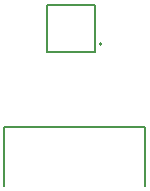
<source format=gbr>
%TF.GenerationSoftware,Altium Limited,Altium Designer,20.0.11 (256)*%
G04 Layer_Color=32896*
%FSLAX26Y26*%
%MOIN*%
%TF.FileFunction,Other,Mechanical_4*%
%TF.Part,Single*%
G01*
G75*
%TA.AperFunction,NonConductor*%
%ADD39C,0.007874*%
%ADD49C,0.005000*%
D39*
X5326772Y1544409D02*
G03*
X5326772Y1544409I-3937J0D01*
G01*
D02*
G03*
X5326772Y1544409I-3937J0D01*
G01*
D49*
X5002165Y1268406D02*
X5472638D01*
X5002165Y1071555D02*
Y1268406D01*
X5472638Y1071555D02*
Y1268406D01*
X5002165D02*
X5472638D01*
X5002165Y1071555D02*
Y1268406D01*
X5472638Y1071555D02*
Y1268406D01*
X5145669Y1674331D02*
X5303150D01*
X5145669Y1516850D02*
X5303150D01*
X5145669D02*
Y1674331D01*
X5303150Y1516850D02*
Y1674331D01*
X5145669D02*
X5303150D01*
X5145669Y1516850D02*
X5303150D01*
X5145669D02*
Y1674331D01*
X5303150Y1516850D02*
Y1674331D01*
%TF.MD5,f1c828dc1b9ce2d602c18a19559a32fe*%
M02*

</source>
